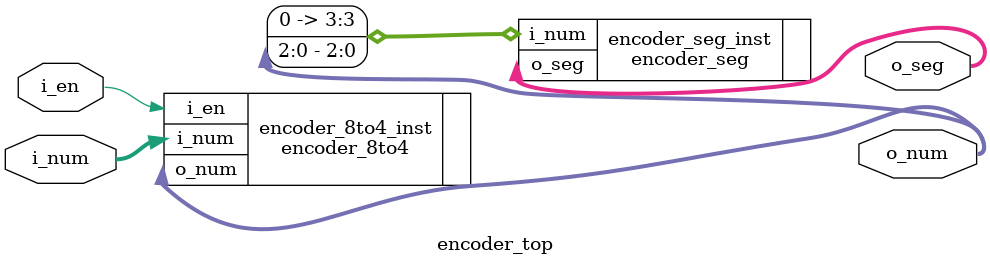
<source format=v>
module encoder_top (
    input  wire [0:0] i_en,
    input  wire [7:0] i_num,
    output reg  [3:0] o_num,
    output reg  [6:0] o_seg
);

    encoder_8to4 encoder_8to4_inst(
        .i_en(i_en),
        .i_num(i_num),
        .o_num(o_num)
    );

    encoder_seg encoder_seg_inst(
        .i_num({ 1'b0, o_num[2:0]}),
        .o_seg(o_seg)
    );

endmodule

</source>
